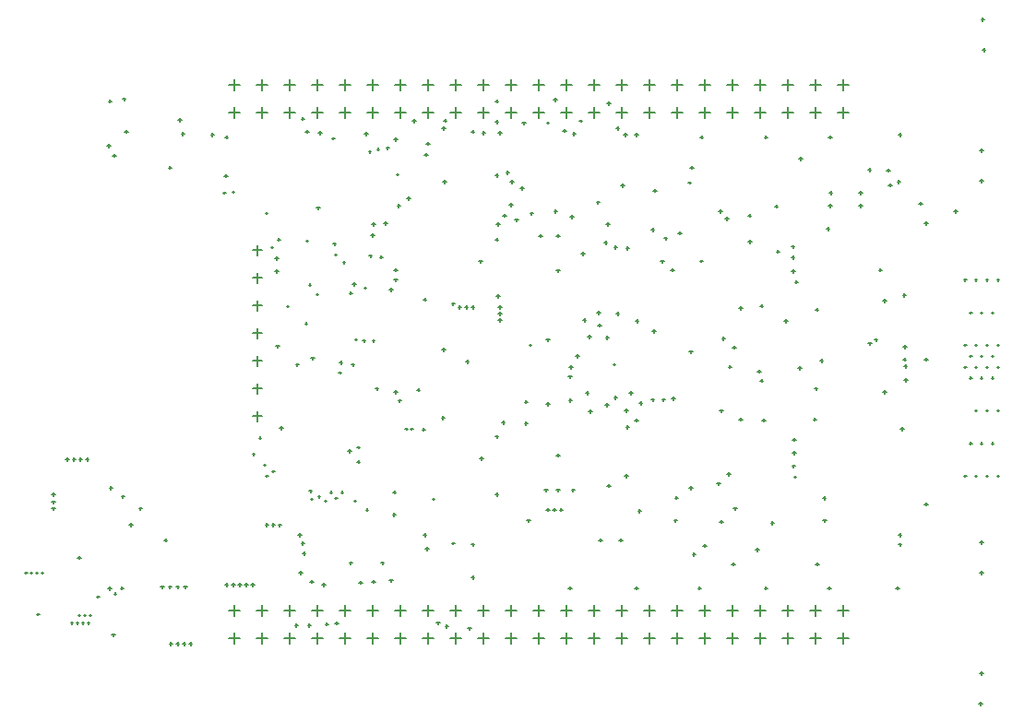
<source format=gbr>
G04 Layer_Color=128*
%FSLAX45Y45*%
%MOMM*%
%TF.FileFunction,Drillmap*%
%TF.Part,Single*%
G01*
G75*
%TA.AperFunction,NonConductor*%
%ADD129C,0.12700*%
D129*
X9757000Y10608000D02*
X9843000D01*
X9800000Y10565000D02*
Y10651000D01*
X9757000Y11370000D02*
X9843000D01*
X9800000Y11327000D02*
Y11413000D01*
X9757000Y11116000D02*
X9843000D01*
X9800000Y11073000D02*
Y11159000D01*
X9757000Y10862000D02*
X9843000D01*
X9800000Y10819000D02*
Y10905000D01*
X9757000Y10354000D02*
X9843000D01*
X9800000Y10311000D02*
Y10397000D01*
X9757000Y10100000D02*
X9843000D01*
X9800000Y10057000D02*
Y10143000D01*
X9757000Y9846000D02*
X9843000D01*
X9800000Y9803000D02*
Y9889000D01*
X15125700Y8064500D02*
X15227299D01*
X15176500Y8013700D02*
Y8115300D01*
X14871700Y8064500D02*
X14973300D01*
X14922501Y8013700D02*
Y8115300D01*
X14617700Y8064500D02*
X14719299D01*
X14668500Y8013700D02*
Y8115300D01*
X14363699Y8064500D02*
X14465300D01*
X14414500Y8013700D02*
Y8115300D01*
X14109700Y8064500D02*
X14211301D01*
X14160500Y8013700D02*
Y8115300D01*
X13855701Y8064500D02*
X13957300D01*
X13906500Y8013700D02*
Y8115300D01*
X13601700Y8064500D02*
X13703300D01*
X13652499Y8013700D02*
Y8115300D01*
X13347701Y8064500D02*
X13449300D01*
X13398500Y8013700D02*
Y8115300D01*
X13093700Y8064500D02*
X13195300D01*
X13144501Y8013700D02*
Y8115300D01*
X12839700Y8064500D02*
X12941299D01*
X12890500Y8013700D02*
Y8115300D01*
X12585700Y8064500D02*
X12687300D01*
X12636500Y8013700D02*
Y8115300D01*
X12331700Y8064500D02*
X12433300D01*
X12382500Y8013700D02*
Y8115300D01*
X12077700Y8064500D02*
X12179300D01*
X12128500Y8013700D02*
Y8115300D01*
X11823700Y8064500D02*
X11925300D01*
X11874500Y8013700D02*
Y8115300D01*
X11569700Y8064500D02*
X11671300D01*
X11620500Y8013700D02*
Y8115300D01*
X11315700Y8064500D02*
X11417300D01*
X11366500Y8013700D02*
Y8115300D01*
X11061700Y8064500D02*
X11163300D01*
X11112500Y8013700D02*
Y8115300D01*
X10807700Y8064500D02*
X10909300D01*
X10858500Y8013700D02*
Y8115300D01*
X10553700Y8064500D02*
X10655300D01*
X10604500Y8013700D02*
Y8115300D01*
X10299700Y8064500D02*
X10401300D01*
X10350500Y8013700D02*
Y8115300D01*
X10045700Y8064500D02*
X10147300D01*
X10096500Y8013700D02*
Y8115300D01*
X9791700Y8064500D02*
X9893300D01*
X9842500Y8013700D02*
Y8115300D01*
X9537700Y8064500D02*
X9639300D01*
X9588500Y8013700D02*
Y8115300D01*
X15125700Y7810500D02*
X15227299D01*
X15176500Y7759700D02*
Y7861300D01*
X14871700Y7810500D02*
X14973300D01*
X14922501Y7759700D02*
Y7861300D01*
X14617700Y7810500D02*
X14719299D01*
X14668500Y7759700D02*
Y7861300D01*
X14363699Y7810500D02*
X14465300D01*
X14414500Y7759700D02*
Y7861300D01*
X14109700Y7810500D02*
X14211301D01*
X14160500Y7759700D02*
Y7861300D01*
X13855701Y7810500D02*
X13957300D01*
X13906500Y7759700D02*
Y7861300D01*
X13601700Y7810500D02*
X13703300D01*
X13652499Y7759700D02*
Y7861300D01*
X13347701Y7810500D02*
X13449300D01*
X13398500Y7759700D02*
Y7861300D01*
X13093700Y7810500D02*
X13195300D01*
X13144501Y7759700D02*
Y7861300D01*
X12839700Y7810500D02*
X12941299D01*
X12890500Y7759700D02*
Y7861300D01*
X12585700Y7810500D02*
X12687300D01*
X12636500Y7759700D02*
Y7861300D01*
X12331700Y7810500D02*
X12433300D01*
X12382500Y7759700D02*
Y7861300D01*
X12077700Y7810500D02*
X12179300D01*
X12128500Y7759700D02*
Y7861300D01*
X11823700Y7810500D02*
X11925300D01*
X11874500Y7759700D02*
Y7861300D01*
X11569700Y7810500D02*
X11671300D01*
X11620500Y7759700D02*
Y7861300D01*
X11315700Y7810500D02*
X11417300D01*
X11366500Y7759700D02*
Y7861300D01*
X11061700Y7810500D02*
X11163300D01*
X11112500Y7759700D02*
Y7861300D01*
X10807700Y7810500D02*
X10909300D01*
X10858500Y7759700D02*
Y7861300D01*
X10553700Y7810500D02*
X10655300D01*
X10604500Y7759700D02*
Y7861300D01*
X10299700Y7810500D02*
X10401300D01*
X10350500Y7759700D02*
Y7861300D01*
X10045700Y7810500D02*
X10147300D01*
X10096500Y7759700D02*
Y7861300D01*
X9791700Y7810500D02*
X9893300D01*
X9842500Y7759700D02*
Y7861300D01*
X9537700Y7810500D02*
X9639300D01*
X9588500Y7759700D02*
Y7861300D01*
X9537700Y12636500D02*
X9639300D01*
X9588500Y12585700D02*
Y12687300D01*
X9791700Y12636500D02*
X9893300D01*
X9842500Y12585700D02*
Y12687300D01*
X10045700Y12636500D02*
X10147300D01*
X10096500Y12585700D02*
Y12687300D01*
X10299700Y12636500D02*
X10401300D01*
X10350500Y12585700D02*
Y12687300D01*
X10553700Y12636500D02*
X10655300D01*
X10604500Y12585700D02*
Y12687300D01*
X10807700Y12636500D02*
X10909300D01*
X10858500Y12585700D02*
Y12687300D01*
X11061700Y12636500D02*
X11163300D01*
X11112500Y12585700D02*
Y12687300D01*
X11315700Y12636500D02*
X11417300D01*
X11366500Y12585700D02*
Y12687300D01*
X11569700Y12636500D02*
X11671300D01*
X11620500Y12585700D02*
Y12687300D01*
X11823700Y12636500D02*
X11925300D01*
X11874500Y12585700D02*
Y12687300D01*
X12077700Y12636500D02*
X12179300D01*
X12128500Y12585700D02*
Y12687300D01*
X12331700Y12636500D02*
X12433300D01*
X12382500Y12585700D02*
Y12687300D01*
X12585700Y12636500D02*
X12687300D01*
X12636500Y12585700D02*
Y12687300D01*
X12839700Y12636500D02*
X12941299D01*
X12890500Y12585700D02*
Y12687300D01*
X13093700Y12636500D02*
X13195300D01*
X13144501Y12585700D02*
Y12687300D01*
X13347701Y12636500D02*
X13449300D01*
X13398500Y12585700D02*
Y12687300D01*
X13601700Y12636500D02*
X13703300D01*
X13652499Y12585700D02*
Y12687300D01*
X13855701Y12636500D02*
X13957300D01*
X13906500Y12585700D02*
Y12687300D01*
X14109700Y12636500D02*
X14211301D01*
X14160500Y12585700D02*
Y12687300D01*
X14363699Y12636500D02*
X14465300D01*
X14414500Y12585700D02*
Y12687300D01*
X14617700Y12636500D02*
X14719299D01*
X14668500Y12585700D02*
Y12687300D01*
X14871700Y12636500D02*
X14973300D01*
X14922501Y12585700D02*
Y12687300D01*
X15125700Y12636500D02*
X15227299D01*
X15176500Y12585700D02*
Y12687300D01*
X9537700Y12890500D02*
X9639300D01*
X9588500Y12839700D02*
Y12941299D01*
X9791700Y12890500D02*
X9893300D01*
X9842500Y12839700D02*
Y12941299D01*
X10045700Y12890500D02*
X10147300D01*
X10096500Y12839700D02*
Y12941299D01*
X10299700Y12890500D02*
X10401300D01*
X10350500Y12839700D02*
Y12941299D01*
X10553700Y12890500D02*
X10655300D01*
X10604500Y12839700D02*
Y12941299D01*
X10807700Y12890500D02*
X10909300D01*
X10858500Y12839700D02*
Y12941299D01*
X11061700Y12890500D02*
X11163300D01*
X11112500Y12839700D02*
Y12941299D01*
X11315700Y12890500D02*
X11417300D01*
X11366500Y12839700D02*
Y12941299D01*
X11569700Y12890500D02*
X11671300D01*
X11620500Y12839700D02*
Y12941299D01*
X11823700Y12890500D02*
X11925300D01*
X11874500Y12839700D02*
Y12941299D01*
X12077700Y12890500D02*
X12179300D01*
X12128500Y12839700D02*
Y12941299D01*
X12331700Y12890500D02*
X12433300D01*
X12382500Y12839700D02*
Y12941299D01*
X12585700Y12890500D02*
X12687300D01*
X12636500Y12839700D02*
Y12941299D01*
X12839700Y12890500D02*
X12941299D01*
X12890500Y12839700D02*
Y12941299D01*
X13093700Y12890500D02*
X13195300D01*
X13144501Y12839700D02*
Y12941299D01*
X13347701Y12890500D02*
X13449300D01*
X13398500Y12839700D02*
Y12941299D01*
X13601700Y12890500D02*
X13703300D01*
X13652499Y12839700D02*
Y12941299D01*
X13855701Y12890500D02*
X13957300D01*
X13906500Y12839700D02*
Y12941299D01*
X14109700Y12890500D02*
X14211301D01*
X14160500Y12839700D02*
Y12941299D01*
X14363699Y12890500D02*
X14465300D01*
X14414500Y12839700D02*
Y12941299D01*
X14617700Y12890500D02*
X14719299D01*
X14668500Y12839700D02*
Y12941299D01*
X14871700Y12890500D02*
X14973300D01*
X14922501Y12839700D02*
Y12941299D01*
X15125700Y12890500D02*
X15227299D01*
X15176500Y12839700D02*
Y12941299D01*
X7670000Y8410000D02*
X7690000D01*
X7680000Y8400000D02*
Y8420000D01*
X7720000Y8410000D02*
X7740000D01*
X7730000Y8400000D02*
Y8420000D01*
X7770000Y8410000D02*
X7790000D01*
X7780000Y8400000D02*
Y8420000D01*
X7820000Y8410000D02*
X7840000D01*
X7830000Y8400000D02*
Y8420000D01*
X8260000Y8020000D02*
X8280000D01*
X8270000Y8010000D02*
Y8030000D01*
X8210000Y8020000D02*
X8230000D01*
X8220000Y8010000D02*
Y8030000D01*
X8160000Y8020000D02*
X8180000D01*
X8170000Y8010000D02*
Y8030000D01*
X8240000Y7950000D02*
X8260000D01*
X8250000Y7940000D02*
Y7960000D01*
X8090000Y7950000D02*
X8110000D01*
X8100000Y7940000D02*
Y7960000D01*
X8140000Y7950000D02*
X8160000D01*
X8150000Y7940000D02*
Y7960000D01*
X12460000Y12540000D02*
X12480000D01*
X12470000Y12530000D02*
Y12550000D01*
X12760000Y12560000D02*
X12780000D01*
X12770000Y12550000D02*
Y12570000D01*
X12695000Y12440000D02*
X12725000D01*
X12710000Y12425000D02*
Y12455000D01*
X12605000Y12470000D02*
X12635000D01*
X12620000Y12455000D02*
Y12485000D01*
X10845000Y11511000D02*
X10875000D01*
X10860000Y11496000D02*
Y11526000D01*
X7780000Y8030000D02*
X7800000D01*
X7790000Y8020000D02*
Y8040000D01*
X8330000Y8190000D02*
X8350000D01*
X8340000Y8180000D02*
Y8200000D01*
X8190000Y7950000D02*
X8210000D01*
X8200000Y7940000D02*
Y7960000D01*
X8489983Y8219984D02*
X8509983D01*
X8499983Y8209984D02*
Y8229984D01*
X8431000Y8266000D02*
X8461000D01*
X8446000Y8251000D02*
Y8281000D01*
X11997500Y10950000D02*
X12027500D01*
X12012500Y10935000D02*
Y10965000D01*
X12015000Y10850000D02*
X12045000D01*
X12030000Y10835000D02*
Y10865000D01*
X12015000Y10790000D02*
X12045000D01*
X12030000Y10775000D02*
Y10805000D01*
X13000000Y10570000D02*
X13030000D01*
X13014999Y10555000D02*
Y10585000D01*
X14114999Y9315000D02*
X14145000D01*
X14130000Y9300000D02*
Y9330000D01*
X13867500Y11272500D02*
X13887500D01*
X13877499Y11262500D02*
Y11282500D01*
X15875000Y11800000D02*
X15905000D01*
X15889999Y11785000D02*
Y11815000D01*
X16435001Y12010000D02*
X16464999D01*
X16450000Y11995000D02*
Y12025000D01*
X16435001Y12290000D02*
X16464999D01*
X16450000Y12275000D02*
Y12305000D01*
X15685001Y8670000D02*
X15714999D01*
X15700000Y8655000D02*
Y8685000D01*
X16425000Y7210000D02*
X16455000D01*
X16439999Y7195000D02*
Y7225000D01*
X16435001Y7490000D02*
X16464999D01*
X16450000Y7475000D02*
Y7505000D01*
X8475000Y12240000D02*
X8505000D01*
X8490000Y12225000D02*
Y12255000D01*
X8585000Y12460000D02*
X8615000D01*
X8600000Y12445000D02*
Y12475000D01*
X8435000Y12740000D02*
X8465000D01*
X8450000Y12725000D02*
Y12755000D01*
X8565000Y12760000D02*
X8595000D01*
X8580000Y12745000D02*
Y12775000D01*
X11055000Y11190000D02*
X11085000D01*
X11070000Y11175000D02*
Y11205000D01*
X11045000Y9150000D02*
X11075000D01*
X11060000Y9135000D02*
Y9165000D01*
X14305000Y11690000D02*
X14335001D01*
X14320000Y11675000D02*
Y11705000D01*
X9375000Y12430000D02*
X9405000D01*
X9390000Y12415000D02*
Y12445000D01*
X9105000Y12440000D02*
X9135000D01*
X9120000Y12425000D02*
Y12455000D01*
X14729971Y9289981D02*
X14749971D01*
X14739970Y9279981D02*
Y9299981D01*
X11085000Y11780000D02*
X11115000D01*
X11100000Y11765000D02*
Y11795000D01*
X13635001Y9100000D02*
X13664999D01*
X13650000Y9085000D02*
Y9115000D01*
X13414999Y11560000D02*
X13445000D01*
X13430000Y11545000D02*
Y11575000D01*
X13760001Y11990000D02*
X13780000D01*
X13770000Y11980000D02*
Y12000000D01*
X13175000Y9300000D02*
X13205000D01*
X13189999Y9285000D02*
Y9315000D01*
X12985001Y11440000D02*
X13014999D01*
X13000000Y11425000D02*
Y11455000D01*
X13185001Y9750000D02*
X13214999D01*
X13200000Y9735000D02*
Y9765000D01*
X10295000Y10380000D02*
X10325000D01*
X10310000Y10365000D02*
Y10395000D01*
X10925000Y11310000D02*
X10955000D01*
X10940000Y11295000D02*
Y11325000D01*
X10720000Y9560000D02*
X10740000D01*
X10730000Y9550000D02*
Y9570000D01*
X10420000Y9070000D02*
X10440000D01*
X10430000Y9060000D02*
Y9080000D01*
X10550000Y10250000D02*
X10570000D01*
X10560000Y10240000D02*
Y10260000D01*
X12055000Y11690000D02*
X12085000D01*
X12070000Y11675000D02*
Y11705000D01*
X11985000Y12550000D02*
X12015000D01*
X12000000Y12535000D02*
Y12565000D01*
X10854978Y11609977D02*
X10884978D01*
X10869978Y11594977D02*
Y11624977D01*
X11765000Y8670000D02*
X11795000D01*
X11780000Y8655000D02*
Y8685000D01*
X11080000Y12070000D02*
X11100000D01*
X11090000Y12060000D02*
Y12080000D01*
X13775000Y12130000D02*
X13805000D01*
X13789999Y12115000D02*
Y12145000D01*
X13764999Y9190000D02*
X13795000D01*
X13780000Y9175000D02*
Y9205000D01*
X14414999Y10860000D02*
X14445000D01*
X14430000Y10845000D02*
Y10875000D01*
X8155000Y8550000D02*
X8185000D01*
X8170000Y8535000D02*
Y8565000D01*
X14514999Y8870000D02*
X14545000D01*
X14530000Y8855000D02*
Y8885000D01*
X10425000Y7940000D02*
X10455000D01*
X10440000Y7925000D02*
Y7955000D01*
X10265000Y7930000D02*
X10295000D01*
X10280000Y7915000D02*
Y7945000D01*
X10145000Y7930000D02*
X10175000D01*
X10160000Y7915000D02*
Y7945000D01*
X11735000Y7900000D02*
X11765000D01*
X11750000Y7885000D02*
Y7915000D01*
X8045000Y9450000D02*
X8075000D01*
X8060000Y9435000D02*
Y9465000D01*
X8105000Y9450000D02*
X8135000D01*
X8120000Y9435000D02*
Y9465000D01*
X8165000Y9450000D02*
X8195000D01*
X8180000Y9435000D02*
Y9465000D01*
X8225000Y9450000D02*
X8255000D01*
X8240000Y9435000D02*
Y9465000D01*
X11160000Y9730000D02*
X11180000D01*
X11170000Y9720000D02*
Y9740000D01*
X14764999Y10290000D02*
X14795000D01*
X14780000Y10275000D02*
Y10305000D01*
X11524977Y7919984D02*
X11554977D01*
X11539977Y7904984D02*
Y7934984D01*
X11445000Y7950000D02*
X11475000D01*
X11460000Y7935000D02*
Y7965000D01*
X10516924Y7948077D02*
X10546924D01*
X10531924Y7933077D02*
Y7963077D01*
X13095000Y12490000D02*
X13125000D01*
X13110001Y12475000D02*
Y12505000D01*
X13014999Y12720000D02*
X13045000D01*
X13030000Y12705000D02*
Y12735000D01*
X12522800Y12752200D02*
X12552800D01*
X12537800Y12737200D02*
Y12767200D01*
X10155000Y10320000D02*
X10185000D01*
X10170000Y10305000D02*
Y10335000D01*
X11175000Y11850000D02*
X11205000D01*
X11190000Y11835000D02*
Y11865000D01*
X10825000Y11320000D02*
X10855000D01*
X10840000Y11305000D02*
Y11335000D01*
X10345000Y11760000D02*
X10375000D01*
X10360000Y11745000D02*
Y11775000D01*
X10365000Y12450000D02*
X10395000D01*
X10380000Y12435000D02*
Y12465000D01*
X12085000Y12084246D02*
X12115000D01*
X12100000Y12069246D02*
Y12099246D01*
X10964978Y11619977D02*
X10994978D01*
X10979978Y11604977D02*
Y11634977D01*
X11055000Y12390000D02*
X11085000D01*
X11070000Y12375000D02*
Y12405000D01*
X10985000Y12310000D02*
X11015000D01*
X11000000Y12295000D02*
Y12325000D01*
X10785000Y12440000D02*
X10815000D01*
X10800000Y12425000D02*
Y12455000D01*
X11355000Y12350000D02*
X11385000D01*
X11370000Y12335000D02*
Y12365000D01*
X11325000Y10920000D02*
X11355000D01*
X11340000Y10905000D02*
Y10935000D01*
X10822500Y12276183D02*
X10842500D01*
X10832500Y12266183D02*
Y12286183D01*
X10900000Y12300000D02*
X10920000D01*
X10910000Y12290000D02*
Y12310000D01*
X11225000Y12560000D02*
X11255000D01*
X11240000Y12545000D02*
Y12575000D01*
X10205000Y12580000D02*
X10235000D01*
X10220000Y12565000D02*
Y12595000D01*
X11865000Y12450000D02*
X11895000D01*
X11880000Y12435000D02*
Y12465000D01*
X11765000Y12460000D02*
X11795000D01*
X11780000Y12445000D02*
Y12475000D01*
X11511658Y12562475D02*
X11541658D01*
X11526658Y12547475D02*
Y12577475D01*
X11494977Y12489975D02*
X11524977D01*
X11509977Y12474975D02*
Y12504975D01*
X11985000Y12740000D02*
X12015000D01*
X12000000Y12725000D02*
Y12755000D01*
X12015000Y12450000D02*
X12045000D01*
X12030000Y12435000D02*
Y12465000D01*
X12234976Y12539975D02*
X12264975D01*
X12249975Y12524975D02*
Y12554975D01*
X11984976Y11469977D02*
X12014976D01*
X11999976Y11454977D02*
Y11484977D01*
X11995000Y11610000D02*
X12025000D01*
X12010000Y11595000D02*
Y11625000D01*
X10245000Y12460000D02*
X10275000D01*
X10260000Y12445000D02*
Y12475000D01*
X10280000Y9160000D02*
X10300000D01*
X10290000Y9150000D02*
Y9170000D01*
X10555000Y10340000D02*
X10585000D01*
X10570000Y10325000D02*
Y10355000D01*
X9820000Y9650000D02*
X9840000D01*
X9830000Y9640000D02*
Y9660000D01*
X10205000Y8680000D02*
X10235000D01*
X10220000Y8665000D02*
Y8695000D01*
X11645000Y10850000D02*
X11675000D01*
X11660000Y10835000D02*
Y10865000D01*
X11055000Y11100000D02*
X11085000D01*
X11070000Y11085000D02*
Y11115000D01*
X11984976Y12059976D02*
X12014976D01*
X11999976Y12044976D02*
Y12074976D01*
X11014978Y11009978D02*
X11044978D01*
X11029978Y10994978D02*
Y11024978D01*
X12214976Y11939976D02*
X12244976D01*
X12229976Y11924976D02*
Y11954976D01*
X12914999Y11810000D02*
X12945000D01*
X12930000Y11795000D02*
Y11825000D01*
X11705000Y10850000D02*
X11735000D01*
X11720000Y10835000D02*
Y10865000D01*
X11765000Y10850000D02*
X11795000D01*
X11780000Y10835000D02*
Y10865000D01*
X9625000Y8300000D02*
X9655000D01*
X9640000Y8285000D02*
Y8315000D01*
X11015000Y8340000D02*
X11045000D01*
X11030000Y8325000D02*
Y8355000D01*
X11042500Y8942500D02*
X11072500D01*
X11057500Y8927500D02*
Y8957500D01*
X12927499Y10682500D02*
X12957500D01*
X12942500Y10667500D02*
Y10697500D01*
X13605000Y10010000D02*
X13635001D01*
X13620000Y9995000D02*
Y10025000D01*
X13514973Y9999980D02*
X13544974D01*
X13529973Y9984980D02*
Y10014980D01*
X13414973Y9999980D02*
X13444974D01*
X13429973Y9984980D02*
Y10014980D01*
X13304973Y9969980D02*
X13334973D01*
X13319974Y9954980D02*
Y9984980D01*
X13175000Y9900000D02*
X13205000D01*
X13189999Y9885000D02*
Y9915000D01*
X13075000Y10020000D02*
X13105000D01*
X13089999Y10005000D02*
Y10035000D01*
X12665000Y10300000D02*
X12695000D01*
X12680000Y10285000D02*
Y10315000D01*
X12725000Y10400000D02*
X12755000D01*
X12740000Y10385000D02*
Y10415000D01*
X12545000Y9170000D02*
X12575000D01*
X12560000Y9155000D02*
Y9185000D01*
X12435000Y9170000D02*
X12465000D01*
X12450000Y9155000D02*
Y9185000D01*
X12455000Y8990000D02*
X12485000D01*
X12470000Y8975000D02*
Y9005000D01*
X12515000Y8990000D02*
X12545000D01*
X12530000Y8975000D02*
Y9005000D01*
X12525000Y11730000D02*
X12555000D01*
X12540000Y11715000D02*
Y11745000D01*
X12545000Y9490000D02*
X12575000D01*
X12560000Y9475000D02*
Y9505000D01*
X11325000Y8760000D02*
X11355000D01*
X11340000Y8745000D02*
Y8775000D01*
X11345000Y8630000D02*
X11375000D01*
X11360000Y8615000D02*
Y8645000D01*
X9505000Y8300000D02*
X9535000D01*
X9520000Y8285000D02*
Y8315000D01*
X9565000Y8300000D02*
X9595000D01*
X9580000Y8285000D02*
Y8315000D01*
X12935001Y8710000D02*
X12964999D01*
X12950000Y8695000D02*
Y8725000D01*
X12575000Y8990000D02*
X12605000D01*
X12590000Y8975000D02*
Y9005000D01*
X12275000Y8890000D02*
X12305000D01*
X12290000Y8875000D02*
Y8905000D01*
X11985000Y9130000D02*
X12015000D01*
X12000000Y9115000D02*
Y9145000D01*
X13664999Y11530000D02*
X13695000D01*
X13680000Y11515000D02*
Y11545000D01*
X14035001Y11730000D02*
X14064999D01*
X14050000Y11715000D02*
Y11745000D01*
X14564999Y11360000D02*
X14595000D01*
X14580000Y11345000D02*
Y11375000D01*
X13535001Y11480000D02*
X13564999D01*
X13550000Y11465000D02*
Y11495000D01*
X11210000Y9730000D02*
X11230000D01*
X11220000Y9720000D02*
Y9740000D01*
X12015000Y10730000D02*
X12045000D01*
X12030000Y10715000D02*
Y10745000D01*
X14914970Y10099980D02*
X14944971D01*
X14929970Y10084980D02*
Y10114980D01*
X12675000Y11680000D02*
X12705000D01*
X12690000Y11665000D02*
Y11695000D01*
X12165000Y11650000D02*
X12195000D01*
X12180000Y11635000D02*
Y11665000D01*
X12305000Y11710000D02*
X12335000D01*
X12320000Y11695000D02*
Y11725000D01*
X14095000Y11660000D02*
X14125000D01*
X14110001Y11645000D02*
Y11675000D01*
X14225000Y9820000D02*
X14255000D01*
X14239999Y9805000D02*
Y9835000D01*
X14435001Y9810000D02*
X14464999D01*
X14450000Y9795000D02*
Y9825000D01*
X16435001Y8690000D02*
X16464999D01*
X16450000Y8675000D02*
Y8705000D01*
X16435001Y8410000D02*
X16464999D01*
X16450000Y8395000D02*
Y8425000D01*
X15325000Y11900000D02*
X15355000D01*
X15339999Y11885000D02*
Y11915000D01*
X16455000Y13210001D02*
X16485001D01*
X16470000Y13195000D02*
Y13225000D01*
X16445000Y13489999D02*
X16475000D01*
X16460001Y13475000D02*
Y13505000D01*
X15504968Y11189978D02*
X15534969D01*
X15519969Y11174978D02*
Y11204978D01*
X14964999Y10360000D02*
X14995000D01*
X14980000Y10345000D02*
Y10375000D01*
X11835000Y11270000D02*
X11865000D01*
X11850000Y11255000D02*
Y11285000D01*
X8985000Y12130000D02*
X9015000D01*
X9000000Y12115000D02*
Y12145000D01*
X9760000Y9500000D02*
X9780000D01*
X9770000Y9490000D02*
Y9510000D01*
X11334977Y12249975D02*
X11364977D01*
X11349977Y12234976D02*
Y12264975D01*
X11845000Y9460000D02*
X11875000D01*
X11860000Y9445000D02*
Y9475000D01*
X11765000Y8370000D02*
X11795000D01*
X11780000Y8355000D02*
Y8385000D01*
X10855000Y8330000D02*
X10885000D01*
X10870000Y8315000D02*
Y8345000D01*
X10735000Y8320000D02*
X10765000D01*
X10750000Y8305000D02*
Y8335000D01*
X10185000Y8410000D02*
X10215000D01*
X10200000Y8395000D02*
Y8425000D01*
X9745000Y8300000D02*
X9775000D01*
X9760000Y8285000D02*
Y8315000D01*
X9685000Y8300000D02*
X9715000D01*
X9700000Y8285000D02*
Y8315000D01*
X8995000Y7760000D02*
X9025000D01*
X9010000Y7745000D02*
Y7775000D01*
X9175000Y7760000D02*
X9205000D01*
X9190000Y7745000D02*
Y7775000D01*
X9115000Y7760000D02*
X9145000D01*
X9130000Y7745000D02*
Y7775000D01*
X9055000Y7760000D02*
X9085000D01*
X9070000Y7745000D02*
Y7775000D01*
X8444000Y9189000D02*
X8474000D01*
X8459000Y9174000D02*
Y9204000D01*
X8555000Y9110000D02*
X8585000D01*
X8570000Y9095000D02*
Y9125000D01*
X8715000Y9000000D02*
X8745000D01*
X8730000Y8985000D02*
Y9015000D01*
X8625000Y8850000D02*
X8655000D01*
X8640000Y8835000D02*
Y8865000D01*
X8945000Y8710000D02*
X8975000D01*
X8960000Y8695000D02*
Y8725000D01*
X10885000Y10100000D02*
X10915000D01*
X10900000Y10085000D02*
Y10115000D01*
X10665000Y10320000D02*
X10695000D01*
X10680000Y10305000D02*
Y10335000D01*
X11095000Y9990000D02*
X11125000D01*
X11110000Y9975000D02*
Y10005000D01*
X11265000Y10090000D02*
X11295000D01*
X11280000Y10075000D02*
Y10105000D01*
X11985000Y9660000D02*
X12015000D01*
X12000000Y9645000D02*
Y9675000D01*
X11409977Y9089982D02*
X11429977D01*
X11419977Y9079982D02*
Y9099982D01*
X14164999Y10480000D02*
X14195000D01*
X14180000Y10465000D02*
Y10495000D01*
X14064999Y10560000D02*
X14095000D01*
X14080000Y10545000D02*
Y10575000D01*
X14414999Y10175000D02*
X14445000D01*
X14430000Y10160000D02*
Y10190000D01*
X14045000Y8880000D02*
X14075000D01*
X14060001Y8865000D02*
Y8895000D01*
X10285000Y8330000D02*
X10315000D01*
X10300000Y8315000D02*
Y8345000D01*
X10395000Y8300000D02*
X10425000D01*
X10410000Y8285000D02*
Y8315000D01*
X11492500Y9835000D02*
X11522500D01*
X11507500Y9820000D02*
Y9850000D01*
X9075000Y12570000D02*
X9105000D01*
X9090000Y12555000D02*
Y12585000D01*
X10274999Y11055001D02*
X10294999D01*
X10284999Y11045001D02*
Y11065001D01*
X10250000Y11460000D02*
X10270000D01*
X10260000Y11450000D02*
Y11470000D01*
X10500000Y11430000D02*
X10520000D01*
X10510000Y11420000D02*
Y11440000D01*
Y11330000D02*
X10530000D01*
X10520000Y11320000D02*
Y11340000D01*
X9570000Y11910000D02*
X9590000D01*
X9580000Y11900000D02*
Y11920000D01*
X9880000Y9300000D02*
X9900000D01*
X9890000Y9290000D02*
Y9310000D01*
X9940000Y9340000D02*
X9960000D01*
X9950000Y9330000D02*
Y9350000D01*
X9930000Y11400000D02*
X9950000D01*
X9940000Y11390000D02*
Y11410000D01*
X9490000Y11900000D02*
X9510000D01*
X9500000Y11890000D02*
Y11910000D01*
X9859980Y9399981D02*
X9879980D01*
X9869980Y9389981D02*
Y9409981D01*
X9990000Y11470000D02*
X10010000D01*
X10000000Y11460000D02*
Y11480000D01*
X10569979Y9149982D02*
X10589979D01*
X10579979Y9139982D02*
Y9159982D01*
X10515000Y9095000D02*
X10535000D01*
X10525000Y9085000D02*
Y9105000D01*
X10470000Y9150000D02*
X10490000D01*
X10480000Y9140000D02*
Y9160000D01*
X10360000Y9110000D02*
X10380000D01*
X10370000Y9100000D02*
Y9120000D01*
X10290000Y9090000D02*
X10310000D01*
X10300000Y9080000D02*
Y9100000D01*
X10690000Y9070000D02*
X10710000D01*
X10700000Y9060000D02*
Y9080000D01*
X10799978Y8989982D02*
X10819978D01*
X10809978Y8979982D02*
Y8999982D01*
X12300000Y10500000D02*
X12320000D01*
X12310000Y10490000D02*
Y10510000D01*
X13005000Y11610000D02*
X13035001D01*
X13020000Y11595000D02*
Y11625000D01*
X11590000Y10880000D02*
X11610000D01*
X11600000Y10870000D02*
Y10890000D01*
X11590000Y8680000D02*
X11610000D01*
X11600000Y8670000D02*
Y8690000D01*
X14925000Y8490000D02*
X14955000D01*
X14939999Y8475000D02*
Y8505000D01*
X14989999Y9095000D02*
X15020000D01*
X15005000Y9080000D02*
Y9110000D01*
X15025000Y11570000D02*
X15055000D01*
X15039999Y11555000D02*
Y11585000D01*
X14775000Y12210000D02*
X14805000D01*
X14789999Y12195000D02*
Y12225000D01*
X15050000Y11900000D02*
X15080000D01*
X15064999Y11885000D02*
Y11915000D01*
X15580000Y12105000D02*
X15610001D01*
X15595000Y12090000D02*
Y12120000D01*
X14735001Y11080000D02*
X14764999D01*
X14750000Y11065000D02*
Y11095000D01*
X12045000Y9790000D02*
X12075000D01*
X12060000Y9775000D02*
Y9805000D01*
X12254975Y9779980D02*
X12284975D01*
X12269975Y9764980D02*
Y9794980D01*
X13214999Y10060000D02*
X13245000D01*
X13230000Y10045000D02*
Y10075000D01*
X13425465Y10630466D02*
X13455466D01*
X13440466Y10615466D02*
Y10645466D01*
X13595000Y11190000D02*
X13625000D01*
X13610001Y11175000D02*
Y11205000D01*
X8465000Y7840000D02*
X8495000D01*
X8480000Y7825000D02*
Y7855000D01*
X8545000Y8270000D02*
X8575000D01*
X8560000Y8255000D02*
Y8285000D01*
X12655000Y8270000D02*
X12685000D01*
X12670000Y8255000D02*
Y8285000D01*
X13264999Y8270000D02*
X13295000D01*
X13280000Y8255000D02*
Y8285000D01*
X13845000Y8270000D02*
X13875000D01*
X13860001Y8255000D02*
Y8285000D01*
X13794972Y8579983D02*
X13824973D01*
X13809972Y8564983D02*
Y8594983D01*
X13895000Y8660000D02*
X13925000D01*
X13910001Y8645000D02*
Y8675000D01*
X13125000Y8710000D02*
X13155000D01*
X13139999Y8695000D02*
Y8725000D01*
X14455000Y8270000D02*
X14485001D01*
X14470000Y8255000D02*
Y8285000D01*
X14375000Y8620000D02*
X14405000D01*
X14389999Y8605000D02*
Y8635000D01*
X14175000Y9000000D02*
X14205000D01*
X14189999Y8985000D02*
Y9015000D01*
X12845000Y9890000D02*
X12875000D01*
X12860001Y9875000D02*
Y9905000D01*
X12814999Y10060000D02*
X12845000D01*
X12830000Y10045000D02*
Y10075000D01*
X14710001Y9390000D02*
X14739999D01*
X14725000Y9375000D02*
Y9405000D01*
X14712500Y9510000D02*
X14742500D01*
X14727499Y9495000D02*
Y9525000D01*
X14125000Y10302500D02*
X14155000D01*
X14139999Y10287500D02*
Y10317500D01*
X14712500Y9632500D02*
X14742500D01*
X14727499Y9617500D02*
Y9647500D01*
X15035001Y8270000D02*
X15064999D01*
X15050000Y8255000D02*
Y8285000D01*
X15664999Y8270000D02*
X15695000D01*
X15680000Y8255000D02*
Y8285000D01*
X15925000Y9040000D02*
X15955000D01*
X15939999Y9025000D02*
Y9055000D01*
X15542525Y10071806D02*
X15572525D01*
X15557526Y10056806D02*
Y10086806D01*
X15705000Y9730000D02*
X15735001D01*
X15720000Y9715000D02*
Y9745000D01*
X15737500Y10180000D02*
X15767500D01*
X15752499Y10165000D02*
Y10195000D01*
X15735001Y10307500D02*
X15764999D01*
X15750000Y10292500D02*
Y10322500D01*
X15925000Y10370000D02*
X15955000D01*
X15939999Y10355000D02*
Y10385000D01*
X12835001Y10580000D02*
X12864999D01*
X12850000Y10565000D02*
Y10595000D01*
X12917500Y10800000D02*
X12947501D01*
X12932500Y10785000D02*
Y10815000D01*
X12548431Y11185000D02*
X12578431D01*
X12563431Y11170000D02*
Y11200000D01*
X13185001Y11390000D02*
X13214999D01*
X13200000Y11375000D02*
Y11405000D01*
X13435001Y11920000D02*
X13464999D01*
X13450000Y11905000D02*
Y11935000D01*
X13137500Y11967500D02*
X13167500D01*
X13152499Y11952500D02*
Y11982500D01*
X14550000Y11775000D02*
X14580000D01*
X14564999Y11760000D02*
Y11790000D01*
X13864999Y12410000D02*
X13895000D01*
X13880000Y12395000D02*
Y12425000D01*
X14455000Y12410000D02*
X14485001D01*
X14470000Y12395000D02*
Y12425000D01*
X15409721Y10515000D02*
X15439722D01*
X15424722Y10500000D02*
Y10530000D01*
X15464999Y10550000D02*
X15495000D01*
X15480000Y10535000D02*
Y10565000D01*
X15727499Y10370000D02*
X15757500D01*
X15742500Y10355000D02*
Y10385000D01*
X15732500Y10485000D02*
X15762500D01*
X15747501Y10470000D02*
Y10500000D01*
X14705000Y11180000D02*
X14735001D01*
X14720000Y11165000D02*
Y11195000D01*
X15545000Y10910000D02*
X15575000D01*
X15560001Y10895000D02*
Y10925000D01*
X14702499Y11305000D02*
X14732500D01*
X14717500Y11290000D02*
Y11320000D01*
X14702499Y11405000D02*
X14732500D01*
X14717500Y11390000D02*
Y11420000D01*
X15045000Y12410000D02*
X15075000D01*
X15060001Y12395000D02*
Y12425000D01*
X15675000Y12000000D02*
X15705000D01*
X15689999Y11985000D02*
Y12015000D01*
X15685001Y12430000D02*
X15714999D01*
X15700000Y12415000D02*
Y12445000D01*
X15725000Y10960000D02*
X15755000D01*
X15739999Y10945000D02*
Y10975000D01*
X16195000Y11730000D02*
X16225000D01*
X16210001Y11715000D02*
Y11745000D01*
X13014999Y9210000D02*
X13045000D01*
X13030000Y9195000D02*
Y9225000D01*
X12660000Y9995000D02*
X12690000D01*
X12675000Y9980000D02*
Y10010000D01*
X12388431Y11505000D02*
X12418431D01*
X12403431Y11490000D02*
Y11520000D01*
X13095000Y10790000D02*
X13125000D01*
X13110001Y10775000D02*
Y10805000D01*
X13271570Y10720000D02*
X13301570D01*
X13286571Y10705000D02*
Y10735000D01*
X14154971Y8489983D02*
X14184972D01*
X14169971Y8474983D02*
Y8504983D01*
X14395000Y10260000D02*
X14425000D01*
X14410001Y10245000D02*
Y10275000D01*
X15685001Y8760000D02*
X15714999D01*
X15700000Y8745000D02*
Y8775000D01*
X14905000Y9820000D02*
X14935001D01*
X14920000Y9805000D02*
Y9835000D01*
X14225000Y10840000D02*
X14255000D01*
X14239999Y10825000D02*
Y10855000D01*
X15595000Y11970000D02*
X15625000D01*
X15610001Y11955000D02*
Y11985000D01*
X12995000Y9950000D02*
X13025000D01*
X13010001Y9935000D02*
Y9965000D01*
X12548431Y11505000D02*
X12578431D01*
X12563431Y11490000D02*
Y11520000D01*
X14020689Y9227950D02*
X14050690D01*
X14035690Y9212950D02*
Y9242950D01*
X14047501Y9897500D02*
X14077499D01*
X14062500Y9882500D02*
Y9912500D01*
X14995000Y8890000D02*
X15025000D01*
X15010001Y8875000D02*
Y8905000D01*
X13075000Y11400000D02*
X13105000D01*
X13089999Y11385000D02*
Y11415000D01*
X14307500Y11450000D02*
X14337500D01*
X14322501Y11435000D02*
Y11465000D01*
X14922501Y10827500D02*
X14952499D01*
X14937500Y10812500D02*
Y10842500D01*
X15045000Y11780000D02*
X15075000D01*
X15060001Y11765000D02*
Y11795000D01*
X13295000Y8980000D02*
X13325000D01*
X13310001Y8965000D02*
Y8995000D01*
X13625000Y8890000D02*
X13655000D01*
X13639999Y8875000D02*
Y8905000D01*
X12790000Y10732500D02*
X12820000D01*
X12805000Y10717500D02*
Y10747500D01*
X12775000Y11340000D02*
X12805000D01*
X12790000Y11325000D02*
Y11355000D01*
X13505000Y11270000D02*
X13535001D01*
X13520000Y11255000D02*
Y11285000D01*
X9500000Y12055000D02*
X9530000D01*
X9515000Y12040000D02*
Y12070000D01*
X9505000Y12410000D02*
X9535000D01*
X9520000Y12395000D02*
Y12425000D01*
X11495000Y10460000D02*
X11525000D01*
X11510000Y10445000D02*
Y10475000D01*
X12455000Y9960000D02*
X12485000D01*
X12470000Y9945000D02*
Y9975000D01*
X12455000Y10550000D02*
X12485000D01*
X12470000Y10535000D02*
Y10565000D01*
X12655000Y10210000D02*
X12685000D01*
X12670000Y10195000D02*
Y10225000D01*
X10215000Y8590000D02*
X10245000D01*
X10230000Y8575000D02*
Y8605000D01*
X10175000Y8760000D02*
X10205000D01*
X10190000Y8745000D02*
Y8775000D01*
X13067500Y10322500D02*
X13087500D01*
X13077499Y10312500D02*
Y10332500D01*
X10645000Y8500000D02*
X10675000D01*
X10660000Y8485000D02*
Y8515000D01*
X10940000Y8500000D02*
X10960000D01*
X10950000Y8490000D02*
Y8510000D01*
X9875000Y11715000D02*
X9895000D01*
X9885000Y11705000D02*
Y11725000D01*
X10490000Y12400000D02*
X10510000D01*
X10500000Y12390000D02*
Y12410000D01*
X11505000Y12000000D02*
X11535000D01*
X11520000Y11985000D02*
Y12015000D01*
X11715000Y10350000D02*
X11745000D01*
X11730000Y10335000D02*
Y10365000D01*
X10860000Y10540000D02*
X10880000D01*
X10870000Y10530000D02*
Y10550000D01*
X10070000Y10860000D02*
X10090000D01*
X10080000Y10850000D02*
Y10870000D01*
X8915000Y8280000D02*
X8945000D01*
X8930000Y8265000D02*
Y8295000D01*
X8985000Y8280000D02*
X9015000D01*
X9000000Y8265000D02*
Y8295000D01*
X9055000Y8280000D02*
X9085000D01*
X9070000Y8265000D02*
Y8295000D01*
X9125000Y8280000D02*
X9155000D01*
X9140000Y8265000D02*
Y8295000D01*
X10239980Y10699979D02*
X10259979D01*
X10249979Y10689979D02*
Y10709979D01*
X10340000Y10970000D02*
X10360000D01*
X10350000Y10960000D02*
Y10980000D01*
X10590000Y11260000D02*
X10610000D01*
X10600000Y11250000D02*
Y11270000D01*
X10649979Y10979978D02*
X10669979D01*
X10659979Y10969978D02*
Y10989978D01*
X10780000Y11026360D02*
X10800000D01*
X10790000Y11016360D02*
Y11036360D01*
X10700000Y10550000D02*
X10720000D01*
X10710000Y10540000D02*
Y10560000D01*
X10770000Y10540000D02*
X10790000D01*
X10780000Y10530000D02*
Y10550000D01*
X10634979Y9529981D02*
X10664979D01*
X10649979Y9514981D02*
Y9544981D01*
X10675000Y11060000D02*
X10705000D01*
X10690000Y11045000D02*
Y11075000D01*
X11054999Y10070000D02*
X11084999D01*
X11069999Y10055000D02*
Y10085000D01*
X10720000Y9430000D02*
X10740000D01*
X10730000Y9420000D02*
Y9440000D01*
X13264999Y12430000D02*
X13295000D01*
X13280000Y12415000D02*
Y12445000D01*
X13164999Y12430000D02*
X13195000D01*
X13180000Y12415000D02*
Y12445000D01*
X13764999Y10440000D02*
X13795000D01*
X13780000Y10425000D02*
Y10455000D01*
X14639999Y10722500D02*
X14670000D01*
X14655000Y10707500D02*
Y10737500D01*
X12124976Y11999976D02*
X12154976D01*
X12139976Y11984976D02*
Y12014976D01*
X12114976Y11789976D02*
X12144975D01*
X12129975Y11774976D02*
Y11804976D01*
X15925000Y11620000D02*
X15955000D01*
X15939999Y11605000D02*
Y11635000D01*
X16290009Y9300005D02*
X16310008D01*
X16300009Y9290005D02*
Y9310005D01*
X16340009Y9600005D02*
X16360008D01*
X16350009Y9590005D02*
Y9610005D01*
X16340009Y10200006D02*
X16360008D01*
X16350009Y10190006D02*
Y10210005D01*
X16290009Y10300006D02*
X16310008D01*
X16300009Y10290006D02*
Y10310006D01*
X16340009Y10400006D02*
X16360008D01*
X16350009Y10390006D02*
Y10410006D01*
X16290009Y10500006D02*
X16310008D01*
X16300009Y10490006D02*
Y10510006D01*
X16340009Y10800006D02*
X16360008D01*
X16350009Y10790006D02*
Y10810006D01*
X16290009Y11100006D02*
X16310008D01*
X16300009Y11090006D02*
Y11110006D01*
X16390009Y9300005D02*
X16410008D01*
X16400009Y9290005D02*
Y9310005D01*
X16440009Y9600005D02*
X16460008D01*
X16450009Y9590005D02*
Y9610005D01*
X16390009Y9900005D02*
X16410008D01*
X16400009Y9890005D02*
Y9910005D01*
X16440009Y10200006D02*
X16460008D01*
X16450009Y10190006D02*
Y10210005D01*
X16390009Y10300006D02*
X16410008D01*
X16400009Y10290006D02*
Y10310006D01*
X16440009Y10400006D02*
X16460008D01*
X16450009Y10390006D02*
Y10410006D01*
X16390009Y10500006D02*
X16410008D01*
X16400009Y10490006D02*
Y10510006D01*
X16440009Y10800006D02*
X16460008D01*
X16450009Y10790006D02*
Y10810006D01*
X16390009Y11100006D02*
X16410008D01*
X16400009Y11090006D02*
Y11110006D01*
X16490009Y9300005D02*
X16510008D01*
X16500009Y9290005D02*
Y9310005D01*
X16540009Y9600005D02*
X16560008D01*
X16550009Y9590005D02*
Y9610005D01*
X16490009Y9900005D02*
X16510008D01*
X16500009Y9890005D02*
Y9910005D01*
X16540009Y10200006D02*
X16560008D01*
X16550009Y10190006D02*
Y10210005D01*
X16490009Y10300006D02*
X16510008D01*
X16500009Y10290006D02*
Y10310006D01*
X16540009Y10400006D02*
X16560008D01*
X16550009Y10390006D02*
Y10410006D01*
X16490009Y10500006D02*
X16510008D01*
X16500009Y10490006D02*
Y10510006D01*
X16540009Y10800006D02*
X16560008D01*
X16550009Y10790006D02*
Y10810006D01*
X16490009Y11100006D02*
X16510008D01*
X16500009Y11090006D02*
Y11110006D01*
X16590009Y9300005D02*
X16610008D01*
X16600009Y9290005D02*
Y9310005D01*
X16590009Y9900005D02*
X16610008D01*
X16600009Y9890005D02*
Y9910005D01*
X16590009Y10300006D02*
X16610008D01*
X16600009Y10290006D02*
Y10310006D01*
X16590009Y10500006D02*
X16610008D01*
X16600009Y10490006D02*
Y10510006D01*
X16590009Y11100006D02*
X16610008D01*
X16600009Y11090006D02*
Y11110006D01*
X15325000Y11780000D02*
X15355000D01*
X15339999Y11765000D02*
Y11795000D01*
X15405000Y12110000D02*
X15435001D01*
X15420000Y12095000D02*
Y12125000D01*
X9965000Y11180000D02*
X9995000D01*
X9980000Y11165000D02*
Y11195000D01*
X9964980Y11299977D02*
X9994980D01*
X9979980Y11284977D02*
Y11314977D01*
X9974980Y10489979D02*
X10004980D01*
X9989980Y10474979D02*
Y10504979D01*
X10005000Y9740000D02*
X10035000D01*
X10020000Y9725000D02*
Y9755000D01*
X9992500Y8848500D02*
X10022500D01*
X10007500Y8833500D02*
Y8863500D01*
X9935000Y8850000D02*
X9965000D01*
X9950000Y8835000D02*
Y8865000D01*
X8424983Y12329975D02*
X8454983D01*
X8439983Y12314975D02*
Y12344975D01*
X7915000Y9130000D02*
X7945000D01*
X7930000Y9115000D02*
Y9145000D01*
X7915000Y9060000D02*
X7945000D01*
X7930000Y9045000D02*
Y9075000D01*
X9875000Y8850000D02*
X9905000D01*
X9890000Y8835000D02*
Y8865000D01*
X7915000Y9000000D02*
X7945000D01*
X7930000Y8985000D02*
Y9015000D01*
X11320000Y9726000D02*
X11340000D01*
X11330000Y9716000D02*
Y9736000D01*
X12260000Y9980000D02*
X12280000D01*
X12270000Y9970000D02*
Y9990000D01*
X13264973Y9809980D02*
X13294974D01*
X13279973Y9794980D02*
Y9824980D01*
X12685000Y9170000D02*
X12715000D01*
X12700000Y9155000D02*
Y9185000D01*
%TF.MD5,b67d37b6e59cc559bbb3731c797094d7*%
M02*

</source>
